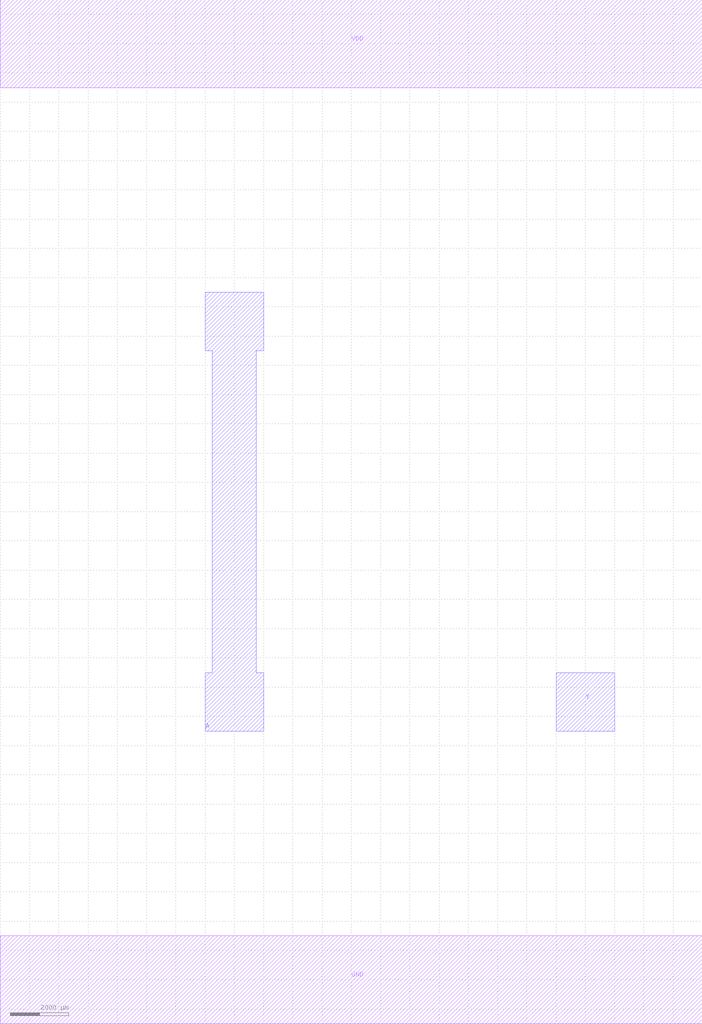
<source format=lef>
MACRO BUFX2
 CLASS CORE ;
 ORIGIN 0 0 ;
 FOREIGN BUFX2 0 0 ;
 SITE CORE ;
 SYMMETRY X Y R90 ;
  PIN VDD
   DIRECTION INOUT ;
   USE SIGNAL ;
   SHAPE ABUTMENT ;
    PORT
     CLASS CORE ;
       LAYER metal1 ;
        RECT 0.00000000 30500.00000000 24000.00000000 33500.00000000 ;
    END
  END VDD

  PIN GND
   DIRECTION INOUT ;
   USE SIGNAL ;
   SHAPE ABUTMENT ;
    PORT
     CLASS CORE ;
       LAYER metal1 ;
        RECT 0.00000000 -1500.00000000 24000.00000000 1500.00000000 ;
    END
  END GND

  PIN Y
   DIRECTION INOUT ;
   USE SIGNAL ;
   SHAPE ABUTMENT ;
    PORT
     CLASS CORE ;
       LAYER metal2 ;
        RECT 19000.00000000 8500.00000000 21000.00000000 10500.00000000 ;
    END
  END Y

  PIN A
   DIRECTION INOUT ;
   USE SIGNAL ;
   SHAPE ABUTMENT ;
    PORT
     CLASS CORE ;
       LAYER metal2 ;
        POLYGON 7000.00000000 8500.00000000 7000.00000000 10500.00000000 7250.00000000 10500.00000000 7250.00000000 21500.00000000 7000.00000000 21500.00000000 7000.00000000 23500.00000000 9000.00000000 23500.00000000 9000.00000000 21500.00000000 8750.00000000 21500.00000000 8750.00000000 10500.00000000 9000.00000000 10500.00000000 9000.00000000 8500.00000000 ;
    END
  END A


END BUFX2

</source>
